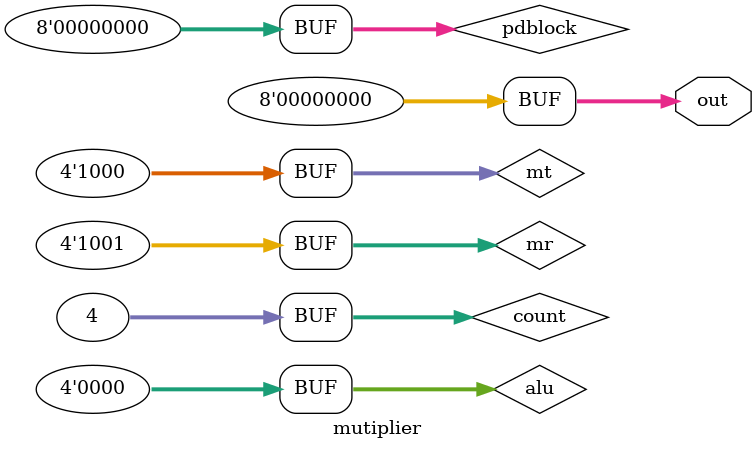
<source format=v>
`timescale 1ns / 1ps


module mutiplier(
        out
    );
    reg [3:0]mt=4'b1000;
    reg [3:0]mr=4'b1001;
    output [7:0]out;
    reg[3:0] alu=0;
    reg[7:0] pdblock=0;
    integer count=0;

    initial
        begin
            pdblock[3:0]=mr[3:0];
            for(count=0; count<4; count =count+1)begin 
                alu[3:0]=mt[3:0]+pdblock[7:4];
                if(pdblock[0]>0)begin
                    pdblock[7:4]=alu[3:0];
                end
                pdblock[7:0]=pdblock[7:0]>>1;

            end
        end
    assign out=pdblock[7:0];
endmodule

</source>
